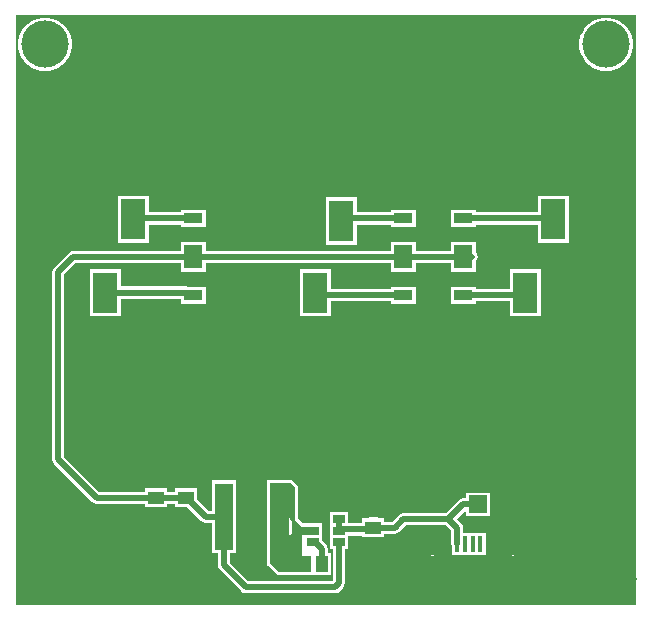
<source format=gtl>
G04*
G04 #@! TF.GenerationSoftware,Altium Limited,Altium Designer,23.1.1 (15)*
G04*
G04 Layer_Physical_Order=1*
G04 Layer_Color=255*
%FSLAX44Y44*%
%MOMM*%
G71*
G04*
G04 #@! TF.SameCoordinates,3B10DB3B-C582-4644-A095-4B28314ABBB6*
G04*
G04*
G04 #@! TF.FilePolarity,Positive*
G04*
G01*
G75*
%ADD10R,0.4000X1.3500*%
%ADD11R,1.6000X1.4000*%
%ADD12R,1.4500X1.3000*%
%ADD13R,1.9000X1.9000*%
%ADD14R,1.3500X1.1000*%
%ADD15R,1.1000X1.3500*%
%ADD16R,1.6000X5.7000*%
%ADD17C,6.2000*%
%ADD18R,2.1000X3.5000*%
%ADD19R,1.6000X0.9000*%
%ADD20R,1.0000X0.7000*%
%ADD21C,0.5080*%
%ADD22C,1.5000*%
%ADD23R,1.5000X1.5000*%
%ADD24C,4.0000*%
G36*
X1200000Y575000D02*
X675000D01*
Y1075000D01*
X1200000D01*
Y575000D01*
D02*
G37*
%LPC*%
G36*
X1177220Y1072540D02*
X1172780D01*
X1168425Y1071674D01*
X1164323Y1069975D01*
X1160632Y1067508D01*
X1157492Y1064368D01*
X1155025Y1060677D01*
X1153326Y1056575D01*
X1152460Y1052220D01*
Y1047780D01*
X1153326Y1043425D01*
X1155025Y1039323D01*
X1157492Y1035632D01*
X1160632Y1032492D01*
X1164323Y1030025D01*
X1168425Y1028326D01*
X1172780Y1027460D01*
X1177220D01*
X1181575Y1028326D01*
X1185677Y1030025D01*
X1189368Y1032492D01*
X1192508Y1035632D01*
X1194975Y1039323D01*
X1196674Y1043425D01*
X1197540Y1047780D01*
Y1052220D01*
X1196674Y1056575D01*
X1194975Y1060677D01*
X1192508Y1064368D01*
X1189368Y1067508D01*
X1185677Y1069975D01*
X1181575Y1071674D01*
X1177220Y1072540D01*
D02*
G37*
G36*
X702220D02*
X697780D01*
X693425Y1071674D01*
X689323Y1069975D01*
X685632Y1067508D01*
X682492Y1064368D01*
X680025Y1060677D01*
X678326Y1056575D01*
X677460Y1052220D01*
Y1047780D01*
X678326Y1043425D01*
X680025Y1039323D01*
X682492Y1035632D01*
X685632Y1032492D01*
X689323Y1030025D01*
X693425Y1028326D01*
X697780Y1027460D01*
X702220D01*
X706575Y1028326D01*
X710677Y1030025D01*
X714368Y1032492D01*
X717508Y1035632D01*
X719975Y1039323D01*
X721674Y1043425D01*
X722540Y1047780D01*
Y1052220D01*
X721674Y1056575D01*
X719975Y1060677D01*
X717508Y1064368D01*
X714368Y1067508D01*
X710677Y1069975D01*
X706575Y1071674D01*
X702220Y1072540D01*
D02*
G37*
G36*
X1143340Y921740D02*
X1117260D01*
Y907680D01*
X1064640D01*
Y909540D01*
X1043560D01*
Y895460D01*
X1064640D01*
Y897320D01*
X1117260D01*
Y881660D01*
X1143340D01*
Y921740D01*
D02*
G37*
G36*
X963840Y920240D02*
X937760D01*
Y880160D01*
X963840D01*
Y897320D01*
X992760D01*
Y895460D01*
X1013840D01*
Y909540D01*
X992760D01*
Y907680D01*
X963840D01*
Y920240D01*
D02*
G37*
G36*
X787740Y921740D02*
X761660D01*
Y881660D01*
X787740D01*
Y897320D01*
X814960D01*
Y895460D01*
X836040D01*
Y909540D01*
X814960D01*
Y907680D01*
X787740D01*
Y921740D01*
D02*
G37*
G36*
X1064640Y882540D02*
X1043560D01*
Y875129D01*
X1013840D01*
Y882540D01*
X992760D01*
Y875129D01*
X836040D01*
Y882540D01*
X814960D01*
Y875129D01*
X723900D01*
X721918Y874735D01*
X720238Y873613D01*
X707538Y860912D01*
X706415Y859232D01*
X706021Y857250D01*
Y698500D01*
X706415Y696518D01*
X707538Y694837D01*
X739938Y662438D01*
X741618Y661315D01*
X743600Y660920D01*
X743600Y660920D01*
X784460D01*
Y658060D01*
X803040D01*
Y660920D01*
X809860D01*
Y658060D01*
X820495D01*
X832217Y646338D01*
X833898Y645215D01*
X835880Y644820D01*
X840960D01*
Y618960D01*
X846320D01*
Y609000D01*
X846715Y607018D01*
X847838Y605337D01*
X866288Y586888D01*
X867968Y585765D01*
X869950Y585370D01*
X869950Y585370D01*
X945714D01*
X947696Y585765D01*
X949377Y586888D01*
X952352Y589863D01*
X952353Y589863D01*
X953475Y591544D01*
X953869Y593526D01*
Y622660D01*
X956230D01*
Y633941D01*
X968210D01*
Y632660D01*
X986790D01*
Y635521D01*
X996300D01*
X998282Y635915D01*
X999962Y637038D01*
X1005445Y642521D01*
X1039255D01*
X1043820Y637955D01*
Y626750D01*
X1044215Y624768D01*
X1044460Y624401D01*
Y617460D01*
X1073040D01*
Y636040D01*
X1054180D01*
Y640100D01*
X1053785Y642082D01*
X1052663Y643763D01*
X1048725Y647700D01*
X1055490Y654465D01*
X1056760Y653939D01*
Y650360D01*
X1076840D01*
Y670440D01*
X1056760D01*
Y665580D01*
X1054100D01*
X1052118Y665185D01*
X1050437Y664062D01*
X1039255Y652879D01*
X1003300D01*
X1001318Y652485D01*
X999638Y651363D01*
X994155Y645880D01*
X986790D01*
Y648740D01*
X981812D01*
X981620Y648981D01*
X981887Y650686D01*
X982412Y651038D01*
X983535Y652718D01*
X983930Y654700D01*
X983535Y656682D01*
X982412Y658363D01*
X980732Y659485D01*
X978750Y659880D01*
X977500D01*
X975518Y659485D01*
X973838Y658363D01*
X972715Y656682D01*
X972320Y654700D01*
X972715Y652718D01*
X973838Y651038D01*
X974363Y650686D01*
X974630Y648981D01*
X974438Y648740D01*
X968210D01*
Y644299D01*
X956230D01*
Y653740D01*
X941150D01*
Y641660D01*
Y632160D01*
Y622660D01*
X943511D01*
Y595729D01*
X872095D01*
X856680Y611145D01*
Y618960D01*
X862040D01*
Y681040D01*
X840960D01*
Y655180D01*
X838025D01*
X828440Y664765D01*
Y674140D01*
X809860D01*
Y671280D01*
X803040D01*
Y674140D01*
X784460D01*
Y671280D01*
X745745D01*
X716379Y700645D01*
Y855105D01*
X726045Y864771D01*
X814960D01*
Y857360D01*
X836040D01*
Y864771D01*
X992760D01*
Y857360D01*
X1013840D01*
Y864771D01*
X1043560D01*
Y857360D01*
X1064640D01*
Y866307D01*
X1064874Y866542D01*
X1065997Y868222D01*
X1066392Y870204D01*
X1065997Y872186D01*
X1064874Y873867D01*
X1064640Y874023D01*
Y882540D01*
D02*
G37*
G36*
X1119640Y859740D02*
X1093560D01*
Y842579D01*
X1064640D01*
Y844440D01*
X1043560D01*
Y830360D01*
X1064640D01*
Y832221D01*
X1093560D01*
Y819660D01*
X1119640D01*
Y859740D01*
D02*
G37*
G36*
X941840D02*
X915760D01*
Y819660D01*
X941840D01*
Y832221D01*
X992760D01*
Y830360D01*
X1013840D01*
Y844440D01*
X992760D01*
Y842579D01*
X941840D01*
Y859740D01*
D02*
G37*
G36*
X764040D02*
X737960D01*
Y819660D01*
X764040D01*
Y834520D01*
X814960D01*
Y830360D01*
X836040D01*
Y844440D01*
X821750D01*
X821682Y844485D01*
X819700Y844880D01*
X764040D01*
Y859740D01*
D02*
G37*
G36*
X1094000Y629679D02*
X1092018Y629285D01*
X1090338Y628162D01*
X1089215Y626482D01*
X1088820Y624500D01*
X1089215Y622518D01*
X1090338Y620838D01*
X1092588Y618587D01*
X1094268Y617465D01*
X1096250Y617071D01*
X1098232Y617465D01*
X1099912Y618587D01*
X1101035Y620268D01*
X1101430Y622250D01*
X1101035Y624232D01*
X1099912Y625913D01*
X1097663Y628162D01*
X1095982Y629285D01*
X1094000Y629679D01*
D02*
G37*
G36*
X1030000D02*
X1028018Y629285D01*
X1026338Y628162D01*
X1024088Y625913D01*
X1022965Y624232D01*
X1022570Y622250D01*
X1022965Y620268D01*
X1024088Y618587D01*
X1025768Y617465D01*
X1027750Y617071D01*
X1029732Y617465D01*
X1031413Y618587D01*
X1033662Y620838D01*
X1034785Y622518D01*
X1035180Y624500D01*
X1034785Y626482D01*
X1033662Y628162D01*
X1031982Y629285D01*
X1030000Y629679D01*
D02*
G37*
G36*
X909040Y681040D02*
X887960D01*
Y678564D01*
X887934Y678434D01*
Y610362D01*
X888131Y609371D01*
X888693Y608531D01*
X896059Y601165D01*
X896899Y600603D01*
X897890Y600406D01*
X912060D01*
Y600310D01*
X942140D01*
Y618890D01*
X939279D01*
Y622800D01*
X938885Y624782D01*
X937763Y626463D01*
X934240Y629985D01*
Y634637D01*
X934262Y634746D01*
Y641604D01*
X934240Y641713D01*
Y644240D01*
X919160D01*
X919160Y644240D01*
Y644240D01*
X919160Y644240D01*
X918061Y644653D01*
X914196Y648519D01*
Y675132D01*
X913999Y676123D01*
X913437Y676963D01*
X910135Y680265D01*
X909295Y680827D01*
X909040Y680877D01*
Y681040D01*
D02*
G37*
%LPD*%
G36*
X911606Y675132D02*
Y647446D01*
X917448Y641604D01*
X931672D01*
Y634746D01*
X917448D01*
Y603250D01*
X917702Y602996D01*
X897890D01*
X890524Y610362D01*
Y610617D01*
Y678434D01*
X908304D01*
X911606Y675132D01*
D02*
G37*
%LPC*%
G36*
X898500Y655180D02*
X896518Y654785D01*
X894837Y653662D01*
X893715Y651982D01*
X893320Y650000D01*
X893715Y648018D01*
X894837Y646338D01*
X897132Y644043D01*
X898781Y642394D01*
Y638200D01*
X899175Y636218D01*
X900297Y634538D01*
X901978Y633415D01*
X903960Y633021D01*
X905942Y633415D01*
X907623Y634538D01*
X908745Y636218D01*
X909139Y638200D01*
Y644540D01*
X908745Y646522D01*
X907623Y648203D01*
X902162Y653662D01*
X900482Y654785D01*
X898500Y655180D01*
D02*
G37*
%LPD*%
D10*
X1049000Y626750D02*
D03*
X1055500D02*
D03*
X1062000D02*
D03*
X1068500D02*
D03*
X1075000D02*
D03*
D11*
X1030000Y624500D02*
D03*
X1094000D02*
D03*
D12*
X1027750Y600000D02*
D03*
X1096250D02*
D03*
D13*
X1050000D02*
D03*
X1074000D02*
D03*
D14*
X977500Y640700D02*
D03*
Y654700D02*
D03*
X819150Y666100D02*
D03*
Y680100D02*
D03*
X793750Y666100D02*
D03*
Y680100D02*
D03*
D15*
X934100Y609600D02*
D03*
X920100D02*
D03*
D16*
X851500Y650000D02*
D03*
X898500D02*
D03*
D17*
X762000Y774700D02*
D03*
X1117600D02*
D03*
X939800D02*
D03*
Y965200D02*
D03*
X1119300Y966700D02*
D03*
X763700D02*
D03*
D18*
X773000Y709700D02*
D03*
X751000Y839700D02*
D03*
X1128600Y709700D02*
D03*
X1106600Y839700D02*
D03*
X950800Y709700D02*
D03*
X928800Y839700D02*
D03*
Y1030200D02*
D03*
X950800Y900200D02*
D03*
X1108300Y1031700D02*
D03*
X1130300Y901700D02*
D03*
X752700Y1031700D02*
D03*
X774700Y901700D02*
D03*
D19*
X825500Y837400D02*
D03*
Y864400D02*
D03*
X1003300Y837400D02*
D03*
Y864400D02*
D03*
X1054100Y837400D02*
D03*
Y864400D02*
D03*
Y902500D02*
D03*
Y875500D02*
D03*
X1003300Y902500D02*
D03*
Y875500D02*
D03*
X825500Y902500D02*
D03*
Y875500D02*
D03*
D20*
X926700Y628700D02*
D03*
Y638200D02*
D03*
Y647700D02*
D03*
X948690D02*
D03*
Y638200D02*
D03*
Y628700D02*
D03*
D21*
X1041400Y647700D02*
X1054100Y660400D01*
X1066800D01*
X1003300Y869950D02*
X1060958D01*
X825500D02*
X1003300D01*
X723900D02*
X825500D01*
X1061085Y870204D02*
X1061212D01*
X1060958Y869950D02*
X1061212Y870204D01*
X898500Y650000D02*
X900794Y647706D01*
X898500Y650000D02*
X903960Y644540D01*
Y638200D02*
Y644540D01*
X931100Y837400D02*
X1003300D01*
X928800Y839700D02*
X931100Y837400D01*
X1054100D02*
X1104300D01*
X1106600Y839700D01*
X1054100Y902500D02*
X1129500D01*
X1130300Y901700D01*
X953100Y902500D02*
X1003300D01*
X950800Y900200D02*
X953100Y902500D01*
X775500D02*
X825500D01*
X774700Y901700D02*
X775500Y902500D01*
X825500Y901700D02*
Y902500D01*
X819700Y839700D02*
X822000Y837400D01*
X825500D01*
X751000Y839700D02*
X819700D01*
X825500Y864400D02*
Y869950D01*
X1003300D02*
Y875500D01*
X711200Y857250D02*
X723900Y869950D01*
X711200Y698500D02*
Y857250D01*
Y698500D02*
X743600Y666100D01*
X793750D01*
X819150D01*
X820400D01*
X835880Y650000D02*
X851500D01*
X823360Y662520D02*
X835880Y650000D01*
X823360Y662520D02*
Y663140D01*
X820400Y666100D02*
X823360Y663140D01*
X851500Y609000D02*
Y650000D01*
Y609000D02*
X869950Y590550D01*
X945714D01*
X948690Y593526D02*
Y628700D01*
X945714Y590550D02*
X948690Y593526D01*
X928200Y628700D02*
X934100Y622800D01*
Y609600D02*
Y622800D01*
X926700Y628700D02*
X928200D01*
X975920Y639120D02*
X977500Y640700D01*
X948690Y638200D02*
X949610Y639120D01*
X975920D01*
X948690Y638200D02*
Y647700D01*
X1094000Y624500D02*
X1096250Y622250D01*
X1027750D02*
X1030000Y624500D01*
X977500Y654700D02*
X978750D01*
X996300Y640700D02*
X1003300Y647700D01*
X977500Y640700D02*
X996300D01*
X1003300Y647700D02*
X1041400D01*
X1049000Y640100D01*
Y626750D02*
Y640100D01*
D22*
X1092200Y660400D02*
D03*
D23*
X1066800D02*
D03*
D24*
X698500Y596900D02*
D03*
X1175000Y1050000D02*
D03*
X700000D02*
D03*
X1181100Y596900D02*
D03*
M02*

</source>
